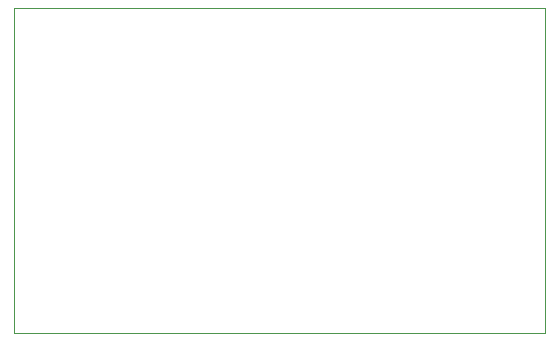
<source format=gbr>
%TF.GenerationSoftware,KiCad,Pcbnew,(7.0.0)*%
%TF.CreationDate,2023-03-22T16:00:15+00:00*%
%TF.ProjectId,CSAD2,43534144-322e-46b6-9963-61645f706362,0.2*%
%TF.SameCoordinates,Original*%
%TF.FileFunction,Profile,NP*%
%FSLAX46Y46*%
G04 Gerber Fmt 4.6, Leading zero omitted, Abs format (unit mm)*
G04 Created by KiCad (PCBNEW (7.0.0)) date 2023-03-22 16:00:15*
%MOMM*%
%LPD*%
G01*
G04 APERTURE LIST*
%TA.AperFunction,Profile*%
%ADD10C,0.100000*%
%TD*%
G04 APERTURE END LIST*
D10*
X118000000Y-78000000D02*
X163000000Y-78000000D01*
X163000000Y-78000000D02*
X163000000Y-105500000D01*
X163000000Y-105500000D02*
X118000000Y-105500000D01*
X118000000Y-105500000D02*
X118000000Y-78000000D01*
M02*

</source>
